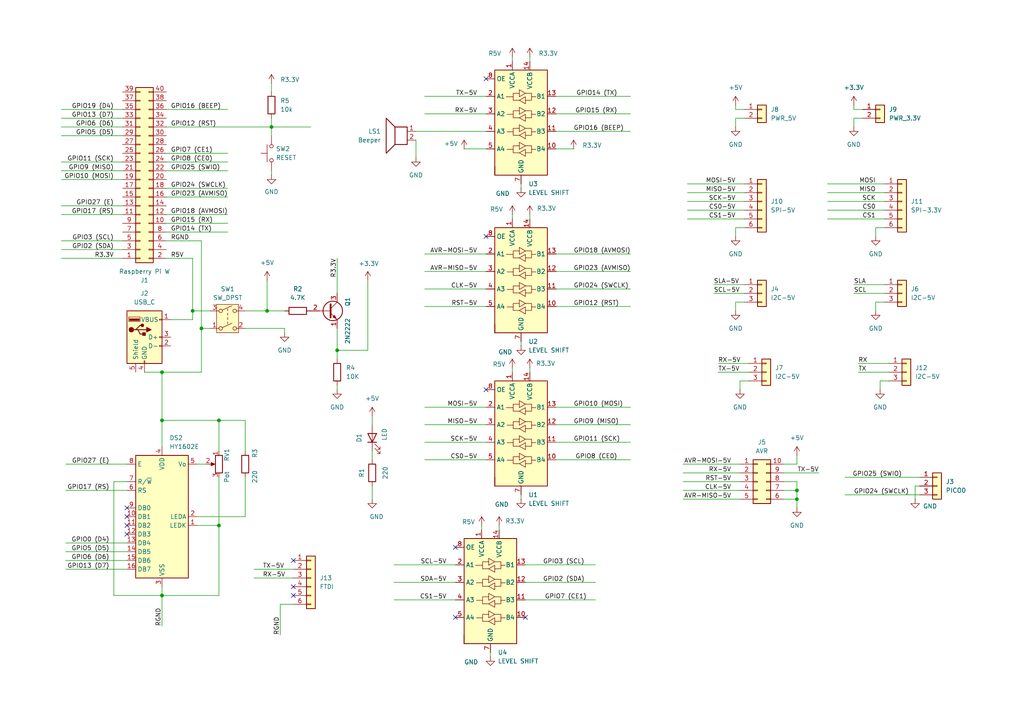
<source format=kicad_sch>
(kicad_sch (version 20250114) (generator "eeschema") (generator_version "9.0")
  (paper "A4")
  (lib_symbols
    (symbol "Connector:USB_A" (pin_names (offset 1.016))
      (property "Reference" "J" (at -5.08 11.43 0))
      (property "Value" "USB_A" (at -5.08 8.89 0))
      (symbol "USB_A_1_1"
        (pin passive line (at -2.54 -10.16 90) (length 2.54) (name "Shield") (number "5"))
        (pin power_in line (at 0 -10.16 90) (length 2.54) (name "GND") (number "4"))
        (pin power_in line (at 7.62 5.08 180) (length 2.54) (name "VBUS") (number "1"))
        (pin bidirectional line (at 7.62 0 180) (length 2.54) (name "D+") (number "3"))
        (pin bidirectional line (at 7.62 -2.54 180) (length 2.54) (name "D-") (number "2"))
      )
    )
    (symbol "Connector_Generic:Conn_01x02" (pin_names (offset 1.016) (hide yes))
      (property "Reference" "J" (at 0 2.54 0))
      (property "Value" "Conn_01x02" (at 0 -5.08 0))
      (symbol "Conn_01x02_1_1"
        (pin passive line (at -5.08 0 0) (length 3.81) (name "Pin_1") (number "1"))
        (pin passive line (at -5.08 -2.54 0) (length 3.81) (name "Pin_2") (number "2"))
      )
    )
    (symbol "Connector_Generic:Conn_01x03" (pin_names (offset 1.016) (hide yes))
      (property "Reference" "J" (at 0 5.08 0))
      (property "Value" "Conn_01x03" (at 0 -5.08 0))
      (symbol "Conn_01x03_1_1"
        (pin passive line (at -5.08 2.54 0) (length 3.81) (name "Pin_1") (number "1"))
        (pin passive line (at -5.08 0 0) (length 3.81) (name "Pin_2") (number "2"))
        (pin passive line (at -5.08 -2.54 0) (length 3.81) (name "Pin_3") (number "3"))
      )
    )
    (symbol "Connector_Generic:Conn_01x06" (pin_names (offset 1.016) (hide yes))
      (property "Reference" "J" (at 0 7.62 0))
      (property "Value" "Conn_01x06" (at 0 -10.16 0))
      (symbol "Conn_01x06_1_1"
        (pin passive line (at -5.08 5.08 0) (length 3.81) (name "Pin_1") (number "1"))
        (pin passive line (at -5.08 2.54 0) (length 3.81) (name "Pin_2") (number "2"))
        (pin passive line (at -5.08 0 0) (length 3.81) (name "Pin_3") (number "3"))
        (pin passive line (at -5.08 -2.54 0) (length 3.81) (name "Pin_4") (number "4"))
        (pin passive line (at -5.08 -5.08 0) (length 3.81) (name "Pin_5") (number "5"))
        (pin passive line (at -5.08 -7.62 0) (length 3.81) (name "Pin_6") (number "6"))
      )
    )
    (symbol "Connector_Generic:Conn_02x05_Counter_Clockwise" (pin_names (offset 1.016) (hide yes))
      (property "Reference" "J" (at 1.27 7.62 0))
      (property "Value" "Conn_02x05_Counter_Clockwise" (at 1.27 -7.62 0))
      (symbol "Conn_02x05_Counter_Clockwise_1_1"
        (pin passive line (at -5.08 5.08 0) (length 3.81) (name "Pin_1") (number "1"))
        (pin passive line (at -5.08 2.54 0) (length 3.81) (name "Pin_2") (number "2"))
        (pin passive line (at -5.08 0 0) (length 3.81) (name "Pin_3") (number "3"))
        (pin passive line (at -5.08 -2.54 0) (length 3.81) (name "Pin_4") (number "4"))
        (pin passive line (at -5.08 -5.08 0) (length 3.81) (name "Pin_5") (number "5"))
        (pin passive line (at 7.62 5.08 180) (length 3.81) (name "Pin_10") (number "10"))
        (pin passive line (at 7.62 2.54 180) (length 3.81) (name "Pin_9") (number "9"))
        (pin passive line (at 7.62 0 180) (length 3.81) (name "Pin_8") (number "8"))
        (pin passive line (at 7.62 -2.54 180) (length 3.81) (name "Pin_7") (number "7"))
        (pin passive line (at 7.62 -5.08 180) (length 3.81) (name "Pin_6") (number "6"))
      )
    )
    (symbol "Connector_Generic:Conn_02x20_Odd_Even" (pin_names (offset 1.016) (hide yes))
      (property "Reference" "J" (at 1.27 25.4 0))
      (property "Value" "Conn_02x20_Odd_Even" (at 1.27 -27.94 0))
      (symbol "Conn_02x20_Odd_Even_1_1"
        (pin passive line (at -5.08 22.86 0) (length 3.81) (name "Pin_1") (number "1"))
        (pin passive line (at -5.08 20.32 0) (length 3.81) (name "Pin_3") (number "3"))
        (pin passive line (at -5.08 17.78 0) (length 3.81) (name "Pin_5") (number "5"))
        (pin passive line (at -5.08 15.24 0) (length 3.81) (name "Pin_7") (number "7"))
        (pin passive line (at -5.08 12.7 0) (length 3.81) (name "Pin_9") (number "9"))
        (pin passive line (at -5.08 10.16 0) (length 3.81) (name "Pin_11") (number "11"))
        (pin passive line (at -5.08 7.62 0) (length 3.81) (name "Pin_13") (number "13"))
        (pin passive line (at -5.08 5.08 0) (length 3.81) (name "Pin_15") (number "15"))
        (pin passive line (at -5.08 2.54 0) (length 3.81) (name "Pin_17") (number "17"))
        (pin passive line (at -5.08 0 0) (length 3.81) (name "Pin_19") (number "19"))
        (pin passive line (at -5.08 -2.54 0) (length 3.81) (name "Pin_21") (number "21"))
        (pin passive line (at -5.08 -5.08 0) (length 3.81) (name "Pin_23") (number "23"))
        (pin passive line (at -5.08 -7.62 0) (length 3.81) (name "Pin_25") (number "25"))
        (pin passive line (at -5.08 -10.16 0) (length 3.81) (name "Pin_27") (number "27"))
        (pin passive line (at -5.08 -12.7 0) (length 3.81) (name "Pin_29") (number "29"))
        (pin passive line (at -5.08 -15.24 0) (length 3.81) (name "Pin_31") (number "31"))
        (pin passive line (at -5.08 -17.78 0) (length 3.81) (name "Pin_33") (number "33"))
        (pin passive line (at -5.08 -20.32 0) (length 3.81) (name "Pin_35") (number "35"))
        (pin passive line (at -5.08 -22.86 0) (length 3.81) (name "Pin_37") (number "37"))
        (pin passive line (at -5.08 -25.4 0) (length 3.81) (name "Pin_39") (number "39"))
        (pin passive line (at 7.62 22.86 180) (length 3.81) (name "Pin_2") (number "2"))
        (pin passive line (at 7.62 20.32 180) (length 3.81) (name "Pin_4") (number "4"))
        (pin passive line (at 7.62 17.78 180) (length 3.81) (name "Pin_6") (number "6"))
        (pin passive line (at 7.62 15.24 180) (length 3.81) (name "Pin_8") (number "8"))
        (pin passive line (at 7.62 12.7 180) (length 3.81) (name "Pin_10") (number "10"))
        (pin passive line (at 7.62 10.16 180) (length 3.81) (name "Pin_12") (number "12"))
        (pin passive line (at 7.62 7.62 180) (length 3.81) (name "Pin_14") (number "14"))
        (pin passive line (at 7.62 5.08 180) (length 3.81) (name "Pin_16") (number "16"))
        (pin passive line (at 7.62 2.54 180) (length 3.81) (name "Pin_18") (number "18"))
        (pin passive line (at 7.62 0 180) (length 3.81) (name "Pin_20") (number "20"))
        (pin passive line (at 7.62 -2.54 180) (length 3.81) (name "Pin_22") (number "22"))
        (pin passive line (at 7.62 -5.08 180) (length 3.81) (name "Pin_24") (number "24"))
        (pin passive line (at 7.62 -7.62 180) (length 3.81) (name "Pin_26") (number "26"))
        (pin passive line (at 7.62 -10.16 180) (length 3.81) (name "Pin_28") (number "28"))
        (pin passive line (at 7.62 -12.7 180) (length 3.81) (name "Pin_30") (number "30"))
        (pin passive line (at 7.62 -15.24 180) (length 3.81) (name "Pin_32") (number "32"))
        (pin passive line (at 7.62 -17.78 180) (length 3.81) (name "Pin_34") (number "34"))
        (pin passive line (at 7.62 -20.32 180) (length 3.81) (name "Pin_36") (number "36"))
        (pin passive line (at 7.62 -22.86 180) (length 3.81) (name "Pin_38") (number "38"))
        (pin passive line (at 7.62 -25.4 180) (length 3.81) (name "Pin_40") (number "40"))
      )
    )
    (symbol "Device:LED" (pin_numbers (hide yes)) (pin_names (offset 1.016) (hide yes))
      (property "Reference" "D" (at 0 2.54 0))
      (property "Value" "LED" (at 0 -2.54 0))
      (symbol "LED_1_1"
        (pin passive line (at -3.81 0 0) (length 2.54) (name "K") (number "1"))
        (pin passive line (at 3.81 0 180) (length 2.54) (name "A") (number "2"))
      )
    )
    (symbol "Device:R" (pin_numbers (hide yes)) (pin_names (offset 0))
      (property "Reference" "R" (at 2.032 0 90))
      (property "Value" "R" (at 0 0 90))
      (symbol "R_1_1"
        (pin passive line (at 0 3.81 270) (length 1.27) (name "~") (number "1"))
        (pin passive line (at 0 -3.81 90) (length 1.27) (name "~") (number "2"))
      )
    )
    (symbol "Device:R_Potentiometer" (pin_names (offset 1.016) (hide yes))
      (property "Reference" "RV" (at -4.445 0 90))
      (property "Value" "R_Potentiometer" (at -2.54 0 90))
      (symbol "R_Potentiometer_1_1"
        (pin passive line (at 0 3.81 270) (length 1.27) (name "1") (number "1"))
        (pin passive line (at 0 -3.81 90) (length 1.27) (name "3") (number "3"))
        (pin passive line (at 3.81 0 180) (length 1.27) (name "2") (number "2"))
      )
    )
    (symbol "Device:Speaker" (pin_names (offset 0) (hide yes))
      (property "Reference" "LS" (at 1.27 5.715 0))
      (property "Value" "Speaker" (at 1.27 3.81 0))
      (symbol "Speaker_1_1"
        (pin input line (at -5.08 0 0) (length 2.54) (name "1") (number "1"))
        (pin input line (at -5.08 -2.54 0) (length 2.54) (name "2") (number "2"))
      )
    )
    (symbol "Display_Character:HY1602E"
      (property "Reference" "DS" (at -6.096 19.05 0))
      (property "Value" "HY1602E" (at 5.08 19.05 0))
      (symbol "HY1602E_1_1"
        (pin input line (at -10.16 15.24 0) (length 2.54) (name "E") (number "8"))
        (pin input line (at -10.16 10.16 0) (length 2.54) (name "R/~{W}") (number "7"))
        (pin input line (at -10.16 7.62 0) (length 2.54) (name "RS") (number "6"))
        (pin bidirectional line (at -10.16 2.54 0) (length 2.54) (name "DB0") (number "9"))
        (pin bidirectional line (at -10.16 0 0) (length 2.54) (name "DB1") (number "10"))
        (pin bidirectional line (at -10.16 -2.54 0) (length 2.54) (name "DB2") (number "11"))
        (pin bidirectional line (at -10.16 -5.08 0) (length 2.54) (name "DB3") (number "12"))
        (pin bidirectional line (at -10.16 -7.62 0) (length 2.54) (name "DB4") (number "13"))
        (pin bidirectional line (at -10.16 -10.16 0) (length 2.54) (name "DB5") (number "14"))
        (pin bidirectional line (at -10.16 -12.7 0) (length 2.54) (name "DB6") (number "15"))
        (pin bidirectional line (at -10.16 -15.24 0) (length 2.54) (name "DB7") (number "16"))
        (pin power_in line (at 0 20.32 270) (length 2.54) (name "VDD") (number "4"))
        (pin power_in line (at 0 -20.32 90) (length 2.54) (name "VSS") (number "3"))
        (pin input line (at 10.16 15.24 180) (length 2.54) (name "Vo") (number "5"))
        (pin passive line (at 10.16 0 180) (length 2.54) (name "LEDA") (number "2"))
        (pin passive line (at 10.16 -2.54 180) (length 2.54) (name "LEDK") (number "1"))
      )
    )
    (symbol "Logic_LevelTranslator:TXB0104D"
      (property "Reference" "U" (at -6.35 16.51 0))
      (property "Value" "TXB0104D" (at 3.81 16.51 0))
      (symbol "TXB0104D_1_1"
        (pin input line (at -10.16 12.7 0) (length 2.54) (name "OE") (number "8"))
        (pin bidirectional line (at -10.16 7.62 0) (length 2.54) (name "A1") (number "2"))
        (pin bidirectional line (at -10.16 2.54 0) (length 2.54) (name "A2") (number "3"))
        (pin bidirectional line (at -10.16 -2.54 0) (length 2.54) (name "A3") (number "4"))
        (pin bidirectional line (at -10.16 -7.62 0) (length 2.54) (name "A4") (number "5"))
        (pin no_connect line (at -7.62 -12.7 0) (length 2.54) (hide yes) (name "NC") (number "6"))
        (pin power_in line (at -2.54 17.78 270) (length 2.54) (name "VCCA") (number "1"))
        (pin power_in line (at 0 -17.78 90) (length 2.54) (name "GND") (number "7"))
        (pin power_in line (at 2.54 17.78 270) (length 2.54) (name "VCCB") (number "14"))
        (pin no_connect line (at 7.62 -12.7 180) (length 2.54) (hide yes) (name "NC") (number "9"))
        (pin bidirectional line (at 10.16 7.62 180) (length 2.54) (name "B1") (number "13"))
        (pin bidirectional line (at 10.16 2.54 180) (length 2.54) (name "B2") (number "12"))
        (pin bidirectional line (at 10.16 -2.54 180) (length 2.54) (name "B3") (number "11"))
        (pin bidirectional line (at 10.16 -7.62 180) (length 2.54) (name "B4") (number "10"))
      )
    )
    (symbol "Switch:SW_DPST" (pin_names (offset 0) (hide yes))
      (property "Reference" "SW" (at 0 6.35 0))
      (property "Value" "SW_DPST" (at 0 -5.08 0))
      (symbol "SW_DPST_1_1"
        (pin passive line (at -5.08 2.54 0) (length 2.54) (name "3") (number "3"))
        (pin passive line (at -5.08 -2.54 0) (length 2.54) (name "1") (number "1"))
        (pin passive line (at 5.08 2.54 180) (length 2.54) (name "4") (number "4"))
        (pin passive line (at 5.08 -2.54 180) (length 2.54) (name "2") (number "2"))
      )
    )
    (symbol "Switch:SW_Push" (pin_numbers (hide yes)) (pin_names (offset 1.016) (hide yes))
      (property "Reference" "SW" (at 1.27 2.54 0))
      (property "Value" "SW_Push" (at 0 -1.524 0))
      (symbol "SW_Push_0_1"
        (pin passive line (at -5.08 0 0) (length 2.54) (name "1") (number "1"))
        (pin passive line (at 5.08 0 180) (length 2.54) (name "2") (number "2"))
      )
    )
    (symbol "Transistor_BJT:2N3904" (pin_names (offset 0) (hide yes))
      (property "Reference" "Q" (at 5.08 1.905 0))
      (property "Value" "2N3904" (at 5.08 0 0))
      (symbol "2N3904_1_1"
        (pin input line (at -5.08 0 0) (length 2.54) (name "B") (number "2"))
        (pin passive line (at 2.54 5.08 270) (length 2.54) (name "C") (number "3"))
        (pin passive line (at 2.54 -5.08 90) (length 2.54) (name "E") (number "1"))
      )
    )
    (symbol "power:+3.3V" (power) (pin_numbers (hide yes)) (pin_names (offset 0) (hide yes))
      (property "Value" "+3.3V" (at 0 3.556 0))
      (symbol "+3.3V_1_1"
        (pin power_in line (at 0 0 90) (length 0) (name "~") (number "1"))
      )
    )
    (symbol "power:+5V" (power) (pin_numbers (hide yes)) (pin_names (offset 0) (hide yes))
      (property "Value" "+5V" (at 0 3.556 0))
      (symbol "+5V_1_1"
        (pin power_in line (at 0 0 90) (length 0) (name "~") (number "1"))
      )
    )
    (symbol "power:GND" (power) (pin_numbers (hide yes)) (pin_names (offset 0) (hide yes))
      (property "Value" "GND" (at 0 -3.81 0))
      (symbol "GND_1_1"
        (pin power_in line (at 0 0 270) (length 0) (name "~") (number "1"))
      )
    )
  )
  (junction (at 46.99 107.95))
  (junction (at 77.47 90.17))
  (junction (at 58.42 95.25))
  (junction (at 78.74 36.83))
  (junction (at 46.99 121.92))
  (junction (at 231.14 142.24))
  (junction (at 63.5 152.4))
  (junction (at 97.79 101.6))
  (junction (at 231.14 144.78))
  (junction (at 46.99 172.72))
  (junction (at 63.5 121.92))
  (junction (at 55.88 90.17))
  (no_connect (at 140.97 68.58))
  (no_connect (at 36.83 149.86))
  (no_connect (at 140.97 113.03))
  (no_connect (at 85.09 170.18))
  (no_connect (at 132.08 179.07))
  (no_connect (at 140.97 22.86))
  (no_connect (at 152.4 179.07))
  (no_connect (at 85.09 172.72))
  (no_connect (at 85.09 162.56))
  (no_connect (at 132.08 158.75))
  (no_connect (at 36.83 152.4))
  (no_connect (at 36.83 154.94))
  (no_connect (at 36.83 147.32))
  (wire (pts (xy 73.66 165.1) (xy 85.09 165.1)))
  (wire (pts (xy 78.74 34.29) (xy 78.74 36.83)))
  (wire (pts (xy 240.03 60.96) (xy 256.54 60.96)))
  (wire (pts (xy 240.03 63.5) (xy 256.54 63.5)))
  (wire (pts (xy 48.26 57.15) (xy 66.04 57.15)))
  (wire (pts (xy 19.05 157.48) (xy 36.83 157.48)))
  (wire (pts (xy 46.99 107.95) (xy 41.91 107.95)))
  (wire (pts (xy 144.78 152.4) (xy 144.78 153.67)))
  (wire (pts (xy 46.99 121.92) (xy 63.5 121.92)))
  (wire (pts (xy 17.78 39.37) (xy 35.56 39.37)))
  (wire (pts (xy 199.39 58.42) (xy 215.9 58.42)))
  (wire (pts (xy 48.26 44.45) (xy 66.04 44.45)))
  (wire (pts (xy 247.65 36.83) (xy 247.65 34.29)))
  (wire (pts (xy 46.99 170.18) (xy 46.99 172.72)))
  (wire (pts (xy 19.05 165.1) (xy 36.83 165.1)))
  (wire (pts (xy 231.14 139.7) (xy 227.33 139.7)))
  (wire (pts (xy 266.7 138.43) (xy 245.11 138.43)))
  (wire (pts (xy 213.36 68.58) (xy 213.36 66.04)))
  (wire (pts (xy 231.14 132.08) (xy 231.14 134.62)))
  (wire (pts (xy 151.13 53.34) (xy 151.13 54.61)))
  (wire (pts (xy 148.59 106.68) (xy 148.59 107.95)))
  (wire (pts (xy 97.79 111.76) (xy 97.79 113.03)))
  (wire (pts (xy 48.26 36.83) (xy 78.74 36.83)))
  (wire (pts (xy 213.36 66.04) (xy 215.9 66.04)))
  (wire (pts (xy 73.66 167.64) (xy 85.09 167.64)))
  (wire (pts (xy 48.26 31.75) (xy 66.04 31.75)))
  (wire (pts (xy 153.67 62.23) (xy 153.67 63.5)))
  (wire (pts (xy 153.67 16.51) (xy 153.67 17.78)))
  (wire (pts (xy 33.02 139.7) (xy 33.02 172.72)))
  (wire (pts (xy 247.65 30.48) (xy 247.65 31.75)))
  (wire (pts (xy 199.39 55.88) (xy 215.9 55.88)))
  (wire (pts (xy 172.72 163.83) (xy 152.4 163.83)))
  (wire (pts (xy 199.39 53.34) (xy 215.9 53.34)))
  (wire (pts (xy 48.26 64.77) (xy 66.04 64.77)))
  (wire (pts (xy 182.88 27.94) (xy 161.29 27.94)))
  (wire (pts (xy 17.78 74.93) (xy 35.56 74.93)))
  (wire (pts (xy 255.27 110.49) (xy 257.81 110.49)))
  (wire (pts (xy 17.78 62.23) (xy 35.56 62.23)))
  (wire (pts (xy 17.78 31.75) (xy 35.56 31.75)))
  (wire (pts (xy 48.26 69.85) (xy 58.42 69.85)))
  (wire (pts (xy 161.29 83.82) (xy 182.88 83.82)))
  (wire (pts (xy 198.12 137.16) (xy 214.63 137.16)))
  (wire (pts (xy 208.28 105.41) (xy 217.17 105.41)))
  (wire (pts (xy 213.36 36.83) (xy 213.36 34.29)))
  (wire (pts (xy 46.99 172.72) (xy 46.99 181.61)))
  (wire (pts (xy 140.97 43.18) (xy 134.62 43.18)))
  (wire (pts (xy 213.36 87.63) (xy 215.9 87.63)))
  (wire (pts (xy 198.12 142.24) (xy 214.63 142.24)))
  (wire (pts (xy 77.47 90.17) (xy 82.55 90.17)))
  (wire (pts (xy 114.3 173.99) (xy 132.08 173.99)))
  (wire (pts (xy 71.12 149.86) (xy 71.12 138.43)))
  (wire (pts (xy 140.97 27.94) (xy 123.19 27.94)))
  (wire (pts (xy 97.79 101.6) (xy 106.68 101.6)))
  (wire (pts (xy 82.55 96.52) (xy 82.55 95.25)))
  (wire (pts (xy 48.26 54.61) (xy 66.04 54.61)))
  (wire (pts (xy 198.12 139.7) (xy 214.63 139.7)))
  (wire (pts (xy 120.65 40.64) (xy 120.65 45.72)))
  (wire (pts (xy 161.29 128.27) (xy 182.88 128.27)))
  (wire (pts (xy 231.14 142.24) (xy 231.14 139.7)))
  (wire (pts (xy 240.03 53.34) (xy 256.54 53.34)))
  (wire (pts (xy 55.88 92.71) (xy 55.88 90.17)))
  (wire (pts (xy 55.88 74.93) (xy 48.26 74.93)))
  (wire (pts (xy 71.12 130.81) (xy 71.12 121.92)))
  (wire (pts (xy 63.5 138.43) (xy 63.5 152.4)))
  (wire (pts (xy 140.97 78.74) (xy 123.19 78.74)))
  (wire (pts (xy 227.33 137.16) (xy 237.49 137.16)))
  (wire (pts (xy 78.74 24.13) (xy 78.74 26.67)))
  (wire (pts (xy 106.68 101.6) (xy 106.68 81.28)))
  (wire (pts (xy 97.79 95.25) (xy 97.79 101.6)))
  (wire (pts (xy 182.88 123.19) (xy 161.29 123.19)))
  (wire (pts (xy 97.79 101.6) (xy 97.79 104.14)))
  (wire (pts (xy 254 90.17) (xy 254 87.63)))
  (wire (pts (xy 17.78 36.83) (xy 35.56 36.83)))
  (wire (pts (xy 182.88 118.11) (xy 161.29 118.11)))
  (wire (pts (xy 17.78 46.99) (xy 35.56 46.99)))
  (wire (pts (xy 208.28 107.95) (xy 217.17 107.95)))
  (wire (pts (xy 247.65 31.75) (xy 250.19 31.75)))
  (wire (pts (xy 107.95 133.35) (xy 107.95 130.81)))
  (wire (pts (xy 55.88 90.17) (xy 55.88 74.93)))
  (wire (pts (xy 247.65 85.09) (xy 256.54 85.09)))
  (wire (pts (xy 48.26 49.53) (xy 66.04 49.53)))
  (wire (pts (xy 81.28 175.26) (xy 81.28 184.15)))
  (wire (pts (xy 265.43 140.97) (xy 266.7 140.97)))
  (wire (pts (xy 265.43 144.78) (xy 265.43 140.97)))
  (wire (pts (xy 140.97 83.82) (xy 123.19 83.82)))
  (wire (pts (xy 153.67 106.68) (xy 153.67 107.95)))
  (wire (pts (xy 107.95 120.65) (xy 107.95 123.19)))
  (wire (pts (xy 213.36 90.17) (xy 213.36 87.63)))
  (wire (pts (xy 46.99 121.92) (xy 46.99 129.54)))
  (wire (pts (xy 240.03 55.88) (xy 256.54 55.88)))
  (wire (pts (xy 161.29 133.35) (xy 182.88 133.35)))
  (wire (pts (xy 63.5 121.92) (xy 63.5 130.81)))
  (wire (pts (xy 140.97 118.11) (xy 123.19 118.11)))
  (wire (pts (xy 63.5 152.4) (xy 63.5 172.72)))
  (wire (pts (xy 48.26 46.99) (xy 66.04 46.99)))
  (wire (pts (xy 46.99 172.72) (xy 63.5 172.72)))
  (wire (pts (xy 255.27 113.03) (xy 255.27 110.49)))
  (wire (pts (xy 78.74 39.37) (xy 78.74 36.83)))
  (wire (pts (xy 140.97 88.9) (xy 123.19 88.9)))
  (wire (pts (xy 58.42 69.85) (xy 58.42 95.25)))
  (wire (pts (xy 207.01 82.55) (xy 215.9 82.55)))
  (wire (pts (xy 151.13 143.51) (xy 151.13 144.78)))
  (wire (pts (xy 71.12 90.17) (xy 77.47 90.17)))
  (wire (pts (xy 58.42 95.25) (xy 60.96 95.25)))
  (wire (pts (xy 19.05 160.02) (xy 36.83 160.02)))
  (wire (pts (xy 198.12 144.78) (xy 214.63 144.78)))
  (wire (pts (xy 151.13 99.06) (xy 151.13 100.33)))
  (wire (pts (xy 142.24 189.23) (xy 142.24 190.5)))
  (wire (pts (xy 213.36 30.48) (xy 213.36 31.75)))
  (wire (pts (xy 199.39 63.5) (xy 215.9 63.5)))
  (wire (pts (xy 17.78 34.29) (xy 35.56 34.29)))
  (wire (pts (xy 63.5 121.92) (xy 71.12 121.92)))
  (wire (pts (xy 132.08 168.91) (xy 114.3 168.91)))
  (wire (pts (xy 57.15 149.86) (xy 71.12 149.86)))
  (wire (pts (xy 214.63 113.03) (xy 214.63 110.49)))
  (wire (pts (xy 48.26 67.31) (xy 66.04 67.31)))
  (wire (pts (xy 247.65 34.29) (xy 250.19 34.29)))
  (wire (pts (xy 58.42 107.95) (xy 46.99 107.95)))
  (wire (pts (xy 19.05 162.56) (xy 36.83 162.56)))
  (wire (pts (xy 140.97 33.02) (xy 123.19 33.02)))
  (wire (pts (xy 140.97 73.66) (xy 123.19 73.66)))
  (wire (pts (xy 247.65 82.55) (xy 256.54 82.55)))
  (wire (pts (xy 182.88 88.9) (xy 161.29 88.9)))
  (wire (pts (xy 17.78 69.85) (xy 35.56 69.85)))
  (wire (pts (xy 231.14 142.24) (xy 227.33 142.24)))
  (wire (pts (xy 120.65 38.1) (xy 140.97 38.1)))
  (wire (pts (xy 207.01 85.09) (xy 215.9 85.09)))
  (wire (pts (xy 78.74 49.53) (xy 78.74 50.8)))
  (wire (pts (xy 214.63 110.49) (xy 217.17 110.49)))
  (wire (pts (xy 19.05 134.62) (xy 36.83 134.62)))
  (wire (pts (xy 231.14 134.62) (xy 227.33 134.62)))
  (wire (pts (xy 17.78 72.39) (xy 35.56 72.39)))
  (wire (pts (xy 48.26 62.23) (xy 66.04 62.23)))
  (wire (pts (xy 148.59 16.51) (xy 148.59 17.78)))
  (wire (pts (xy 17.78 49.53) (xy 35.56 49.53)))
  (wire (pts (xy 107.95 140.97) (xy 107.95 144.78)))
  (wire (pts (xy 33.02 172.72) (xy 46.99 172.72)))
  (wire (pts (xy 123.19 133.35) (xy 140.97 133.35)))
  (wire (pts (xy 139.7 152.4) (xy 139.7 153.67)))
  (wire (pts (xy 161.29 78.74) (xy 182.88 78.74)))
  (wire (pts (xy 266.7 143.51) (xy 245.11 143.51)))
  (wire (pts (xy 58.42 95.25) (xy 58.42 107.95)))
  (wire (pts (xy 182.88 33.02) (xy 161.29 33.02)))
  (wire (pts (xy 254 66.04) (xy 256.54 66.04)))
  (wire (pts (xy 81.28 175.26) (xy 85.09 175.26)))
  (wire (pts (xy 172.72 168.91) (xy 152.4 168.91)))
  (wire (pts (xy 97.79 74.93) (xy 97.79 85.09)))
  (wire (pts (xy 46.99 107.95) (xy 46.99 121.92)))
  (wire (pts (xy 231.14 144.78) (xy 231.14 142.24)))
  (wire (pts (xy 78.74 36.83) (xy 90.17 36.83)))
  (wire (pts (xy 248.92 105.41) (xy 257.81 105.41)))
  (wire (pts (xy 17.78 52.07) (xy 35.56 52.07)))
  (wire (pts (xy 132.08 163.83) (xy 114.3 163.83)))
  (wire (pts (xy 248.92 107.95) (xy 257.81 107.95)))
  (wire (pts (xy 77.47 81.28) (xy 77.47 90.17)))
  (wire (pts (xy 213.36 34.29) (xy 215.9 34.29)))
  (wire (pts (xy 254 68.58) (xy 254 66.04)))
  (wire (pts (xy 198.12 134.62) (xy 214.63 134.62)))
  (wire (pts (xy 82.55 95.25) (xy 71.12 95.25)))
  (wire (pts (xy 148.59 62.23) (xy 148.59 63.5)))
  (wire (pts (xy 213.36 31.75) (xy 215.9 31.75)))
  (wire (pts (xy 240.03 58.42) (xy 256.54 58.42)))
  (wire (pts (xy 57.15 152.4) (xy 63.5 152.4)))
  (wire (pts (xy 36.83 139.7) (xy 33.02 139.7)))
  (wire (pts (xy 161.29 38.1) (xy 182.88 38.1)))
  (wire (pts (xy 17.78 59.69) (xy 35.56 59.69)))
  (wire (pts (xy 161.29 43.18) (xy 166.37 43.18)))
  (wire (pts (xy 254 87.63) (xy 256.54 87.63)))
  (wire (pts (xy 231.14 147.32) (xy 231.14 144.78)))
  (wire (pts (xy 49.53 92.71) (xy 55.88 92.71)))
  (wire (pts (xy 140.97 128.27) (xy 123.19 128.27)))
  (wire (pts (xy 231.14 144.78) (xy 227.33 144.78)))
  (wire (pts (xy 161.29 73.66) (xy 182.88 73.66)))
  (wire (pts (xy 140.97 123.19) (xy 123.19 123.19)))
  (wire (pts (xy 152.4 173.99) (xy 172.72 173.99)))
  (wire (pts (xy 55.88 90.17) (xy 60.96 90.17)))
  (wire (pts (xy 57.15 134.62) (xy 59.69 134.62)))
  (wire (pts (xy 199.39 60.96) (xy 215.9 60.96)))
  (wire (pts (xy 19.05 142.24) (xy 36.83 142.24)))
  (label "GPIO27 (E)" (at 31.75 134.62 180))
  (label "CLK-5V" (at 212.09 142.24 180))
  (label "GPIO14 (TX)" (at 49.53 67.31 0))
  (label "GPIO18 (AVMOSI)" (at 166.37 73.66 0))
  (label "TX-5V" (at 76.2 165.1 0))
  (label "TX" (at 248.92 107.95 0))
  (label "AVR-MOSI-5V" (at 138.43 73.66 180))
  (label "R3.3V" (at 33.02 74.93 180))
  (label "MISO" (at 254 55.88 180))
  (label "SDA-5V" (at 129.54 168.91 180))
  (label "GPIO11 (SCK)" (at 33.02 46.99 180))
  (label "CS0" (at 254 60.96 180))
  (label "GPIO19 (D4)" (at 33.02 31.75 180))
  (label "GPIO23 (AVMISO)" (at 49.53 57.15 0))
  (label "GPIO3 (SCL)" (at 33.02 69.85 180))
  (label "GPIO5 (D5)" (at 33.02 39.37 180))
  (label "MISO-5V" (at 213.36 55.88 180))
  (label "GPIO15 (RX)" (at 179.07 33.02 180))
  (label "GPIO24 (SWCLK)" (at 49.53 54.61 0))
  (label "GPIO2 (SDA)" (at 157.48 168.91 0))
  (label "GPIO14 (TX)" (at 179.07 27.94 180))
  (label "GPIO18 (AVMOSI)" (at 49.53 62.23 0))
  (label "GPIO25 (SWIO)" (at 49.53 49.53 0))
  (label "GPIO5 (D5)" (at 31.75 160.02 180))
  (label "GPIO12 (RST)" (at 49.53 36.83 0))
  (label "CS1" (at 254 63.5 180))
  (label "RGND" (at 46.99 181.61 90))
  (label "GPIO9 (MISO)" (at 166.37 123.19 0))
  (label "GPIO6 (D6)" (at 31.75 162.56 180))
  (label "GPIO7 (CE1)" (at 170.18 173.99 180))
  (label "SCL-5V" (at 207.01 85.09 0))
  (label "AVR-MISO-5V" (at 138.43 78.74 180))
  (label "GPIO8 (CE0)" (at 179.07 133.35 180))
  (label "GPIO27 (E)" (at 33.02 59.69 180))
  (label "SLA-5V" (at 207.01 82.55 0))
  (label "GPIO13 (D7)" (at 33.02 34.29 180))
  (label "GPIO2 (SDA)" (at 33.02 72.39 180))
  (label "R3.3V" (at 97.79 74.93 270))
  (label "MOSI-5V" (at 213.36 53.34 180))
  (label "GPIO10 (MOSI)" (at 166.37 118.11 0))
  (label "GPIO25 (SWIO)" (at 261.62 138.43 180))
  (label "GPIO17 (RS)" (at 33.02 62.23 180))
  (label "RX-5V" (at 208.28 105.41 0))
  (label "RX-5V" (at 76.2 167.64 0))
  (label "RX" (at 248.92 105.41 0))
  (label "GPIO12 (RST)" (at 166.37 88.9 0))
  (label "RST-5V" (at 138.43 88.9 180))
  (label "SCK-5V" (at 213.36 58.42 180))
  (label "CS0-5V" (at 138.43 133.35 180))
  (label "SLA" (at 247.65 82.55 0))
  (label "RX-5V" (at 212.09 137.16 180))
  (label "GPIO17 (RS)" (at 31.75 142.24 180))
  (label "TX-5V" (at 138.43 27.94 180))
  (label "GPIO7 (CE1)" (at 49.53 44.45 0))
  (label "GPIO10 (MOSI)" (at 33.02 52.07 180))
  (label "GPIO24 (SWCLK)" (at 166.37 83.82 0))
  (label "GPIO13 (D7)" (at 31.75 165.1 180))
  (label "AVR-MISO-5V" (at 212.09 144.78 180))
  (label "SCK" (at 254 58.42 180))
  (label "AVR-MOSI-5V" (at 212.09 134.62 180))
  (label "GPIO9 (MISO)" (at 33.02 49.53 180))
  (label "R5V" (at 49.53 74.93 0))
  (label "GPIO23 (AVMISO)" (at 166.37 78.74 0))
  (label "GPIO16 (BEEP)" (at 49.53 31.75 0))
  (label "RGND" (at 81.28 184.15 90))
  (label "TX-5V" (at 237.49 137.16 180))
  (label "GPIO11 (SCK)" (at 166.37 128.27 0))
  (label "GPIO8 (CE0)" (at 49.53 46.99 0))
  (label "CLK-5V" (at 138.43 83.82 180))
  (label "SCK-5V" (at 138.43 128.27 180))
  (label "GPIO0 (D4)" (at 31.75 157.48 180))
  (label "SCL-5V" (at 129.54 163.83 180))
  (label "GPIO3 (SCL)" (at 157.48 163.83 0))
  (label "RX-5V" (at 138.43 33.02 180))
  (label "CS1-5V" (at 129.54 173.99 180))
  (label "RGND" (at 49.53 69.85 0))
  (label "MOSI" (at 254 53.34 180))
  (label "MOSI-5V" (at 138.43 118.11 180))
  (label "GPIO15 (RX)" (at 49.53 64.77 0))
  (label "GPIO16 (BEEP)" (at 166.37 38.1 0))
  (label "TX-5V" (at 208.28 107.95 0))
  (label "SCL" (at 247.65 85.09 0))
  (label "GPIO6 (D6)" (at 33.02 36.83 180))
  (label "GPIO24 (SWCLK)" (at 247.65 143.51 0))
  (label "CS1-5V" (at 213.36 63.5 180))
  (label "CS0-5V" (at 213.36 60.96 180))
  (label "RST-5V" (at 212.09 139.7 180))
  (label "MISO-5V" (at 138.43 123.19 180))
  (symbol (lib_id "power:GND") (at 254 68.58 0) (unit 1)
    (property "Reference" "#PWR021" (effects (hide yes)))
    (property "Value" "GND" (at 254 73.66 0))
    (property "Description" "Power symbol creates a global label with name \"GND\" , ground" (effects (hide yes)))
  )
  (symbol (lib_id "Device:R") (at 78.74 30.48 0) (unit 1)
    (property "Reference" "R5" (at 81.28 29.2099 0) (effects (justify left)))
    (property "Value" "10k" (at 81.28 31.7499 0) (effects (justify left)))
    (property "Description" "Resistor" (effects (hide yes)))
  )
  (symbol (lib_id "Device:Speaker") (at 115.57 38.1 0) (mirror y) (unit 1)
    (property "Reference" "LS1" (at 110.49 38.0999 0) (effects (justify left)))
    (property "Value" "Beeper" (at 110.49 40.6399 0) (effects (justify left)))
    (property "Description" "Speaker" (effects (hide yes)))
  )
  (symbol (lib_id "power:GND") (at 151.13 144.78 0) (unit 1)
    (property "Reference" "#PWR023" (effects (hide yes)))
    (property "Value" "GND" (at 145.542 146.304 0))
    (property "Description" "Power symbol creates a global label with name \"GND\" , ground" (effects (hide yes)))
  )
  (symbol (lib_id "power:GND") (at 231.14 147.32 0) (unit 1)
    (property "Reference" "#PWR012" (effects (hide yes)))
    (property "Value" "GND" (at 231.14 152.4 0))
    (property "Description" "Power symbol creates a global label with name \"GND\" , ground" (effects (hide yes)))
  )
  (symbol (lib_id "power:GND") (at 255.27 113.03 0) (unit 1)
    (property "Reference" "#PWR015" (effects (hide yes)))
    (property "Value" "GND" (at 255.27 118.11 0))
    (property "Description" "Power symbol creates a global label with name \"GND\" , ground" (effects (hide yes)))
  )
  (symbol (lib_id "power:+5V") (at 139.7 152.4 0) (unit 1)
    (property "Reference" "#PWR028" (effects (hide yes)))
    (property "Value" "R5V" (at 135.89 151.384 0))
    (property "Description" "Power symbol creates a global label with name \"+5V\"" (effects (hide yes)))
  )
  (symbol (lib_id "Connector_Generic:Conn_01x06") (at 261.62 58.42 0) (unit 1)
    (property "Reference" "J11" (at 264.16 58.4199 0) (effects (justify left)))
    (property "Value" "SPI-3.3V" (at 264.16 60.9599 0) (effects (justify left)))
    (property "Description" "Generic connector, single row, 01x06, script generated (kicad-library-utils/schlib/autogen/connector/)" (effects (hide yes)))
  )
  (symbol (lib_id "Connector:USB_A") (at 41.91 97.79 0) (unit 1)
    (property "Reference" "J2" (at 41.91 85.09 0))
    (property "Value" "USB_C" (at 41.91 87.63 0))
    (property "Description" "USB Type A connector" (effects (hide yes)))
  )
  (symbol (lib_id "power:+5V") (at 231.14 132.08 0) (unit 1)
    (property "Reference" "#PWR011" (effects (hide yes)))
    (property "Value" "+5V" (at 231.14 127 0))
    (property "Description" "Power symbol creates a global label with name \"+5V\"" (effects (hide yes)))
  )
  (symbol (lib_id "power:GND") (at 214.63 113.03 0) (unit 1)
    (property "Reference" "#PWR014" (effects (hide yes)))
    (property "Value" "GND" (at 214.63 118.11 0))
    (property "Description" "Power symbol creates a global label with name \"GND\" , ground" (effects (hide yes)))
  )
  (symbol (lib_id "power:+3.3V") (at 166.37 43.18 0) (unit 1)
    (property "Reference" "#PWR034" (effects (hide yes)))
    (property "Value" "R3.3V" (at 171.704 42.164 0))
    (property "Description" "Power symbol creates a global label with name \"+3.3V\"" (effects (hide yes)))
  )
  (symbol (lib_id "power:+3.3V") (at 153.67 106.68 0) (unit 1)
    (property "Reference" "#PWR010" (effects (hide yes)))
    (property "Value" "R3.3V" (at 158.242 105.41 0))
    (property "Description" "Power symbol creates a global label with name \"+3.3V\"" (effects (hide yes)))
  )
  (symbol (lib_id "power:GND") (at 254 90.17 0) (unit 1)
    (property "Reference" "#PWR013" (effects (hide yes)))
    (property "Value" "GND" (at 254 95.25 0))
    (property "Description" "Power symbol creates a global label with name \"GND\" , ground" (effects (hide yes)))
  )
  (symbol (lib_id "Transistor_BJT:2N3904") (at 95.25 90.17 0) (unit 1)
    (property "Reference" "Q1" (at 100.838 88.9 90) (effects (justify left)))
    (property "Value" "2N2222" (at 100.838 99.822 90) (effects (justify left)))
    (property "Footprint" "Package_TO_SOT_THT:TO-92_Inline" (effects (hide yes)))
    (property "Datasheet" "https://www.onsemi.com/pub/Collateral/2N3903-D.PDF" (effects (hide yes)))
    (property "Description" "0.2A Ic, 40V Vce, Small Signal NPN Transistor, TO-92" (effects (hide yes)))
  )
  (symbol (lib_id "Device:R_Potentiometer") (at 63.5 134.62 0) (mirror y) (unit 1)
    (property "Reference" "RV1" (at 65.786 130.048 90) (effects (justify right)))
    (property "Value" "Pot" (at 65.786 136.652 90) (effects (justify right)))
    (property "Description" "Potentiometer" (effects (hide yes)))
  )
  (symbol (lib_id "Logic_LevelTranslator:TXB0104D") (at 142.24 171.45 0) (unit 1)
    (property "Reference" "U4" (at 144.3833 189.23 0) (effects (justify left)))
    (property "Value" "LEVEL SHIFT" (at 144.3833 191.77 0) (effects (justify left)))
    (property "Footprint" "Package_SO:SOIC-14_3.9x8.7mm_P1.27mm" (effects (hide yes)))
    (property "Datasheet" "http://www.ti.com/lit/ds/symlink/txb0104.pdf" (effects (hide yes)))
    (property "Description" "4-Bit Bidirectional Voltage-Level Translator, Auto Direction Sensing and ±15-kV ESD Protection, 1.2 - 3.6V APort, 1.65 - 5.5V BPort, SOIC-14" (effects (hide yes)))
  )
  (symbol (lib_id "power:GND") (at 151.13 54.61 0) (unit 1)
    (property "Reference" "#PWR022" (effects (hide yes)))
    (property "Value" "GND" (at 145.796 56.134 0))
    (property "Description" "Power symbol creates a global label with name \"GND\" , ground" (effects (hide yes)))
  )
  (symbol (lib_id "power:+5V") (at 213.36 30.48 0) (unit 1)
    (property "Reference" "#PWR016" (effects (hide yes)))
    (property "Value" "+5V" (at 213.36 25.4 0))
    (property "Description" "Power symbol creates a global label with name \"+5V\"" (effects (hide yes)))
  )
  (symbol (lib_id "Switch:SW_DPST") (at 66.04 92.71 0) (unit 1)
    (property "Reference" "SW1" (at 66.04 83.82 0))
    (property "Value" "SW_DPST" (at 66.04 86.36 0))
    (property "Description" "Double Pole Single Throw (DPST) Switch" (effects (hide yes)))
  )
  (symbol (lib_id "power:GND") (at 78.74 50.8 0) (unit 1)
    (property "Reference" "#PWR036" (effects (hide yes)))
    (property "Value" "GND" (at 78.74 55.626 0))
    (property "Description" "Power symbol creates a global label with name \"GND\" , ground" (effects (hide yes)))
  )
  (symbol (lib_id "Connector_Generic:Conn_01x03") (at 261.62 85.09 0) (unit 1)
    (property "Reference" "J6" (at 264.16 83.8199 0) (effects (justify left)))
    (property "Value" "I2C-5V" (at 264.16 86.3599 0) (effects (justify left)))
    (property "Description" "Generic connector, single row, 01x03, script generated (kicad-library-utils/schlib/autogen/connector/)" (effects (hide yes)))
  )
  (symbol (lib_id "power:+5V") (at 107.95 120.65 0) (unit 1)
    (property "Reference" "#PWR03" (effects (hide yes)))
    (property "Value" "+5V" (at 107.95 115.57 0))
    (property "Description" "Power symbol creates a global label with name \"+5V\"" (effects (hide yes)))
  )
  (symbol (lib_id "power:GND") (at 120.65 45.72 0) (mirror y) (unit 1)
    (property "Reference" "#PWR026" (effects (hide yes)))
    (property "Value" "GND" (at 120.65 50.8 0))
    (property "Description" "Power symbol creates a global label with name \"GND\" , ground" (effects (hide yes)))
  )
  (symbol (lib_id "Device:R") (at 107.95 137.16 0) (unit 1)
    (property "Reference" "R1" (at 104.902 137.16 90))
    (property "Value" "220" (at 111.76 137.16 90))
    (property "Description" "Resistor" (effects (hide yes)))
  )
  (symbol (lib_id "power:GND") (at 107.95 144.78 0) (unit 1)
    (property "Reference" "#PWR04" (effects (hide yes)))
    (property "Value" "GND" (at 109.22 149.86 0))
    (property "Description" "Power symbol creates a global label with name \"GND\" , ground" (effects (hide yes)))
  )
  (symbol (lib_id "power:+5V") (at 134.62 43.18 0) (unit 1)
    (property "Reference" "#PWR05" (effects (hide yes)))
    (property "Value" "+5V" (at 130.81 41.656 0))
    (property "Description" "Power symbol creates a global label with name \"+5V\"" (effects (hide yes)))
  )
  (symbol (lib_id "power:+3.3V") (at 153.67 16.51 0) (unit 1)
    (property "Reference" "#PWR09" (effects (hide yes)))
    (property "Value" "R3.3V" (at 159.004 15.494 0))
    (property "Description" "Power symbol creates a global label with name \"+3.3V\"" (effects (hide yes)))
  )
  (symbol (lib_id "power:+3.3V") (at 78.74 24.13 0) (unit 1)
    (property "Reference" "#PWR035" (effects (hide yes)))
    (property "Value" "R3.3V" (at 84.074 23.114 0))
    (property "Description" "Power symbol creates a global label with name \"+3.3V\"" (effects (hide yes)))
  )
  (symbol (lib_id "power:+3.3V") (at 144.78 152.4 0) (unit 1)
    (property "Reference" "#PWR030" (effects (hide yes)))
    (property "Value" "R3.3V" (at 149.352 151.13 0))
    (property "Description" "Power symbol creates a global label with name \"+3.3V\"" (effects (hide yes)))
  )
  (symbol (lib_id "Switch:SW_Push") (at 78.74 44.45 90) (unit 1)
    (property "Reference" "SW2" (at 80.01 43.1799 90) (effects (justify right)))
    (property "Value" "RESET" (at 80.01 45.7199 90) (effects (justify right)))
    (property "Description" "Push button switch, generic, two pins" (effects (hide yes)))
  )
  (symbol (lib_id "Logic_LevelTranslator:TXB0104D") (at 151.13 81.28 0) (unit 1)
    (property "Reference" "U2" (at 153.2733 99.06 0) (effects (justify left)))
    (property "Value" "LEVEL SHIFT" (at 153.2733 101.6 0) (effects (justify left)))
    (property "Footprint" "Package_SO:SOIC-14_3.9x8.7mm_P1.27mm" (effects (hide yes)))
    (property "Datasheet" "http://www.ti.com/lit/ds/symlink/txb0104.pdf" (effects (hide yes)))
    (property "Description" "4-Bit Bidirectional Voltage-Level Translator, Auto Direction Sensing and ±15-kV ESD Protection, 1.2 - 3.6V APort, 1.65 - 5.5V BPort, SOIC-14" (effects (hide yes)))
  )
  (symbol (lib_id "power:GND") (at 151.13 100.33 0) (unit 1)
    (property "Reference" "#PWR025" (effects (hide yes)))
    (property "Value" "GND" (at 146.558 102.108 0))
    (property "Description" "Power symbol creates a global label with name \"GND\" , ground" (effects (hide yes)))
  )
  (symbol (lib_id "Connector_Generic:Conn_01x03") (at 271.78 140.97 0) (unit 1)
    (property "Reference" "J3" (at 274.32 139.6999 0) (effects (justify left)))
    (property "Value" "PICO0" (at 274.32 142.2399 0) (effects (justify left)))
    (property "Description" "Generic connector, single row, 01x03, script generated (kicad-library-utils/schlib/autogen/connector/)" (effects (hide yes)))
  )
  (symbol (lib_id "Logic_LevelTranslator:TXB0104D") (at 151.13 125.73 0) (unit 1)
    (property "Reference" "U1" (at 153.2733 143.51 0) (effects (justify left)))
    (property "Value" "LEVEL SHIFT" (at 153.2733 146.05 0) (effects (justify left)))
    (property "Footprint" "Package_SO:SOIC-14_3.9x8.7mm_P1.27mm" (effects (hide yes)))
    (property "Datasheet" "http://www.ti.com/lit/ds/symlink/txb0104.pdf" (effects (hide yes)))
    (property "Description" "4-Bit Bidirectional Voltage-Level Translator, Auto Direction Sensing and ±15-kV ESD Protection, 1.2 - 3.6V APort, 1.65 - 5.5V BPort, SOIC-14" (effects (hide yes)))
  )
  (symbol (lib_id "Device:LED") (at 107.95 127 90) (unit 1)
    (property "Reference" "D1" (at 104.14 127 0))
    (property "Value" "LED" (at 111.506 125.984 0))
    (property "Description" "Light emitting diode" (effects (hide yes)))
    (property "Sim.Pins" "1=K 2=A" (effects (hide yes)))
  )
  (symbol (lib_id "power:GND") (at 213.36 36.83 0) (unit 1)
    (property "Reference" "#PWR017" (effects (hide yes)))
    (property "Value" "GND" (at 213.36 41.91 0))
    (property "Description" "Power symbol creates a global label with name \"GND\" , ground" (effects (hide yes)))
  )
  (symbol (lib_id "Connector_Generic:Conn_01x06") (at 220.98 58.42 0) (unit 1)
    (property "Reference" "J10" (at 223.52 58.4199 0) (effects (justify left)))
    (property "Value" "SPI-5V" (at 223.52 60.9599 0) (effects (justify left)))
    (property "Description" "Generic connector, single row, 01x06, script generated (kicad-library-utils/schlib/autogen/connector/)" (effects (hide yes)))
  )
  (symbol (lib_id "Connector_Generic:Conn_02x20_Odd_Even") (at 40.64 52.07 0) (mirror x) (unit 1)
    (property "Reference" "J1" (at 41.91 81.28 0))
    (property "Value" "Raspberry Pi W" (at 41.91 78.74 0))
    (property "Description" "Generic connector, double row, 02x20, odd/even pin numbering scheme (row 1 odd numbers, row 2 even numbers), script generated (kicad-library-utils/schlib/autogen/connector/)" (effects (hide yes)))
  )
  (symbol (lib_id "Logic_LevelTranslator:TXB0104D") (at 151.13 35.56 0) (unit 1)
    (property "Reference" "U3" (at 153.2733 53.34 0) (effects (justify left)))
    (property "Value" "LEVEL SHIFT" (at 153.2733 55.88 0) (effects (justify left)))
    (property "Footprint" "Package_SO:SOIC-14_3.9x8.7mm_P1.27mm" (effects (hide yes)))
    (property "Datasheet" "http://www.ti.com/lit/ds/symlink/txb0104.pdf" (effects (hide yes)))
    (property "Description" "4-Bit Bidirectional Voltage-Level Translator, Auto Direction Sensing and ±15-kV ESD Protection, 1.2 - 3.6V APort, 1.65 - 5.5V BPort, SOIC-14" (effects (hide yes)))
  )
  (symbol (lib_id "power:+5V") (at 148.59 62.23 0) (unit 1)
    (property "Reference" "#PWR024" (effects (hide yes)))
    (property "Value" "R5V" (at 144.018 60.706 0))
    (property "Description" "Power symbol creates a global label with name \"+5V\"" (effects (hide yes)))
  )
  (symbol (lib_id "power:GND") (at 97.79 113.03 0) (unit 1)
    (property "Reference" "#PWR031" (effects (hide yes)))
    (property "Value" "GND" (at 97.79 118.11 0))
    (property "Description" "Power symbol creates a global label with name \"GND\" , ground" (effects (hide yes)))
  )
  (symbol (lib_id "power:+5V") (at 77.47 81.28 0) (unit 1)
    (property "Reference" "#PWR033" (effects (hide yes)))
    (property "Value" "+5V" (at 77.47 76.2 0))
    (property "Description" "Power symbol creates a global label with name \"+5V\"" (effects (hide yes)))
  )
  (symbol (lib_id "power:GND") (at 247.65 36.83 0) (unit 1)
    (property "Reference" "#PWR019" (effects (hide yes)))
    (property "Value" "GND" (at 247.65 41.91 0))
    (property "Description" "Power symbol creates a global label with name \"GND\" , ground" (effects (hide yes)))
  )
  (symbol (lib_id "power:+5V") (at 148.59 16.51 0) (unit 1)
    (property "Reference" "#PWR08" (effects (hide yes)))
    (property "Value" "R5V" (at 143.51 15.494 0))
    (property "Description" "Power symbol creates a global label with name \"+5V\"" (effects (hide yes)))
  )
  (symbol (lib_id "Connector_Generic:Conn_01x06") (at 90.17 167.64 0) (unit 1)
    (property "Reference" "J13" (at 92.71 167.6399 0) (effects (justify left)))
    (property "Value" "FTDI" (at 92.71 170.1799 0) (effects (justify left)))
    (property "Description" "Generic connector, single row, 01x06, script generated (kicad-library-utils/schlib/autogen/connector/)" (effects (hide yes)))
  )
  (symbol (lib_id "power:+3.3V") (at 153.67 62.23 0) (unit 1)
    (property "Reference" "#PWR027" (effects (hide yes)))
    (property "Value" "R3.3V" (at 158.496 60.452 0))
    (property "Description" "Power symbol creates a global label with name \"+3.3V\"" (effects (hide yes)))
  )
  (symbol (lib_id "Connector_Generic:Conn_01x03") (at 220.98 85.09 0) (unit 1)
    (property "Reference" "J4" (at 223.52 83.8199 0) (effects (justify left)))
    (property "Value" "I2C-5V" (at 223.52 86.3599 0) (effects (justify left)))
    (property "Description" "Generic connector, single row, 01x03, script generated (kicad-library-utils/schlib/autogen/connector/)" (effects (hide yes)))
  )
  (symbol (lib_id "Connector_Generic:Conn_01x02") (at 255.27 31.75 0) (unit 1)
    (property "Reference" "J9" (at 257.81 31.7499 0) (effects (justify left)))
    (property "Value" "PWR_3.3V" (at 257.81 34.2899 0) (effects (justify left)))
    (property "Description" "Generic connector, single row, 01x02, script generated (kicad-library-utils/schlib/autogen/connector/)" (effects (hide yes)))
  )
  (symbol (lib_id "Device:R") (at 71.12 134.62 0) (unit 1)
    (property "Reference" "R3" (at 73.914 132.842 90) (effects (justify left)))
    (property "Value" "220" (at 73.914 140.208 90) (effects (justify left)))
    (property "Description" "Resistor" (effects (hide yes)))
  )
  (symbol (lib_id "power:GND") (at 265.43 144.78 0) (unit 1)
    (property "Reference" "#PWR01" (effects (hide yes)))
    (property "Value" "GND" (at 269.748 146.812 0))
    (property "Description" "Power symbol creates a global label with name \"GND\" , ground" (effects (hide yes)))
  )
  (symbol (lib_id "power:GND") (at 213.36 90.17 0) (unit 1)
    (property "Reference" "#PWR02" (effects (hide yes)))
    (property "Value" "GND" (at 213.36 95.25 0))
    (property "Description" "Power symbol creates a global label with name \"GND\" , ground" (effects (hide yes)))
  )
  (symbol (lib_id "power:+3.3V") (at 106.68 81.28 0) (unit 1)
    (property "Reference" "#PWR06" (effects (hide yes)))
    (property "Value" "+3.3V" (at 106.934 76.454 0))
    (property "Description" "Power symbol creates a global label with name \"+3.3V\"" (effects (hide yes)))
  )
  (symbol (lib_id "power:+5V") (at 148.59 106.68 0) (unit 1)
    (property "Reference" "#PWR07" (effects (hide yes)))
    (property "Value" "R5V" (at 144.78 105.664 0))
    (property "Description" "Power symbol creates a global label with name \"+5V\"" (effects (hide yes)))
  )
  (symbol (lib_id "power:+3.3V") (at 247.65 30.48 0) (unit 1)
    (property "Reference" "#PWR018" (effects (hide yes)))
    (property "Value" "+3.3V" (at 247.65 25.4 0))
    (property "Description" "Power symbol creates a global label with name \"+3.3V\"" (effects (hide yes)))
  )
  (symbol (lib_id "Connector_Generic:Conn_01x03") (at 262.89 107.95 0) (unit 1)
    (property "Reference" "J12" (at 265.43 106.6799 0) (effects (justify left)))
    (property "Value" "I2C-5V" (at 265.43 109.2199 0) (effects (justify left)))
    (property "Description" "Generic connector, single row, 01x03, script generated (kicad-library-utils/schlib/autogen/connector/)" (effects (hide yes)))
  )
  (symbol (lib_id "power:GND") (at 142.24 190.5 0) (unit 1)
    (property "Reference" "#PWR029" (effects (hide yes)))
    (property "Value" "GND" (at 136.652 192.024 0))
    (property "Description" "Power symbol creates a global label with name \"GND\" , ground" (effects (hide yes)))
  )
  (symbol (lib_id "power:GND") (at 82.55 96.52 0) (unit 1)
    (property "Reference" "#PWR032" (effects (hide yes)))
    (property "Value" "GND" (at 82.55 101.6 0))
    (property "Description" "Power symbol creates a global label with name \"GND\" , ground" (effects (hide yes)))
  )
  (symbol (lib_id "power:GND") (at 213.36 68.58 0) (unit 1)
    (property "Reference" "#PWR020" (effects (hide yes)))
    (property "Value" "GND" (at 213.36 73.66 0))
    (property "Description" "Power symbol creates a global label with name \"GND\" , ground" (effects (hide yes)))
  )
  (symbol (lib_id "Device:R") (at 86.36 90.17 90) (unit 1)
    (property "Reference" "R2" (at 86.36 83.82 90))
    (property "Value" "4.7K" (at 86.36 86.36 90))
    (property "Description" "Resistor" (effects (hide yes)))
  )
  (symbol (lib_id "Device:R") (at 97.79 107.95 0) (unit 1)
    (property "Reference" "R4" (at 100.33 106.6799 0) (effects (justify left)))
    (property "Value" "10K" (at 100.33 109.2199 0) (effects (justify left)))
    (property "Description" "Resistor" (effects (hide yes)))
  )
  (symbol (lib_id "Connector_Generic:Conn_01x03") (at 222.25 107.95 0) (unit 1)
    (property "Reference" "J7" (at 224.79 106.6799 0) (effects (justify left)))
    (property "Value" "I2C-5V" (at 224.79 109.2199 0) (effects (justify left)))
    (property "Description" "Generic connector, single row, 01x03, script generated (kicad-library-utils/schlib/autogen/connector/)" (effects (hide yes)))
  )
  (symbol (lib_id "Display_Character:HY1602E") (at 46.99 149.86 0) (unit 1)
    (property "Reference" "DS2" (at 49.1333 127 0) (effects (justify left)))
    (property "Value" "HY1602E" (at 49.1333 129.54 0) (effects (justify left)))
    (property "Footprint" "Display:HY1602E" (effects (hide yes)))
    (property "Datasheet" "http://www.icbank.com/data/ICBShop/board/HY1602E.pdf" (effects (hide yes)))
    (property "Description" "LCD 16x2 Alphanumeric 16pin Blue/Yellow/Green Backlight, 8bit parallel, 5V VDD" (effects (hide yes)))
  )
  (symbol (lib_id "Connector_Generic:Conn_01x02") (at 220.98 31.75 0) (unit 1)
    (property "Reference" "J8" (at 223.52 31.7499 0) (effects (justify left)))
    (property "Value" "PWR_5V" (at 223.52 34.2899 0) (effects (justify left)))
    (property "Description" "Generic connector, single row, 01x02, script generated (kicad-library-utils/schlib/autogen/connector/)" (effects (hide yes)))
  )
  (symbol (lib_id "Connector_Generic:Conn_02x05_Counter_Clockwise") (at 219.71 139.7 0) (unit 1)
    (property "Reference" "J5" (at 220.98 128.27 0))
    (property "Value" "AVR" (at 220.98 130.81 0))
    (property "Description" "Generic connector, double row, 02x05, counter clockwise pin numbering scheme (similar to DIP package numbering), script generated (kicad-library-utils/schlib/autogen/connector/)" (effects (hide yes)))
  )
)
</source>
